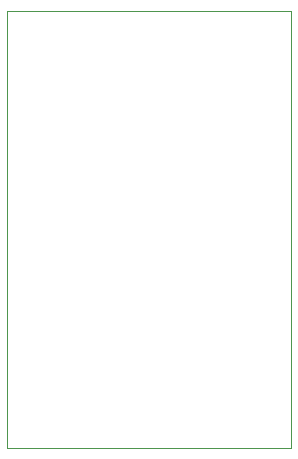
<source format=gbr>
%TF.GenerationSoftware,KiCad,Pcbnew,8.0.0*%
%TF.CreationDate,2024-02-27T23:55:06+02:00*%
%TF.ProjectId,my-rp2040,6d792d72-7032-4303-9430-2e6b69636164,rev?*%
%TF.SameCoordinates,PX555a960PY4fdec70*%
%TF.FileFunction,Profile,NP*%
%FSLAX46Y46*%
G04 Gerber Fmt 4.6, Leading zero omitted, Abs format (unit mm)*
G04 Created by KiCad (PCBNEW 8.0.0) date 2024-02-27 23:55:06*
%MOMM*%
%LPD*%
G01*
G04 APERTURE LIST*
%TA.AperFunction,Profile*%
%ADD10C,0.050000*%
%TD*%
G04 APERTURE END LIST*
D10*
X0Y37000000D02*
X24000000Y37000000D01*
X24000000Y37000000D02*
X24000000Y0D01*
X0Y0D02*
X0Y37000000D01*
X24000000Y0D02*
X0Y0D01*
M02*

</source>
